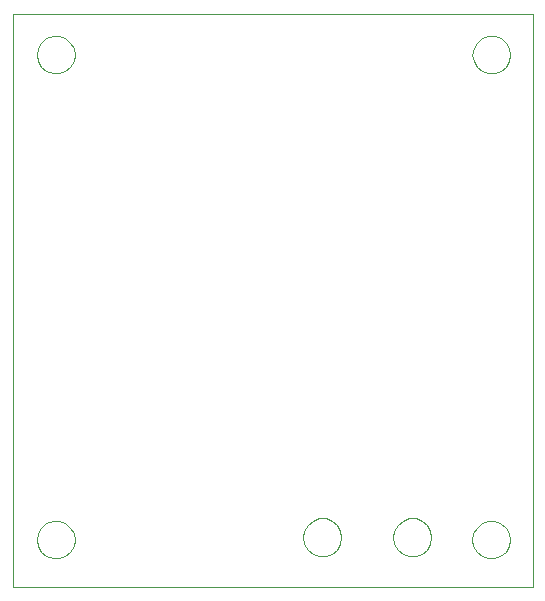
<source format=gbr>
G75*
G70*
%OFA0B0*%
%FSLAX24Y24*%
%IPPOS*%
%LPD*%
%AMOC8*
5,1,8,0,0,1.08239X$1,22.5*
%
%ADD10C,0.0000*%
D10*
X000152Y002307D02*
X017475Y002307D01*
X017475Y021402D01*
X000152Y021402D01*
X000152Y002307D01*
X000949Y003872D02*
X000987Y004087D01*
X001096Y004277D01*
X001264Y004418D01*
X001470Y004492D01*
X001688Y004492D01*
X001894Y004418D01*
X002062Y004277D01*
X002171Y004087D01*
X002209Y003872D01*
X002171Y003657D01*
X002062Y003467D01*
X001894Y003326D01*
X001688Y003252D01*
X001470Y003252D01*
X001264Y003326D01*
X001096Y003467D01*
X000987Y003657D01*
X000949Y003872D01*
X009821Y003951D02*
X009860Y004170D01*
X009971Y004362D01*
X010141Y004505D01*
X010350Y004581D01*
X010572Y004581D01*
X010781Y004505D01*
X010951Y004362D01*
X011062Y004170D01*
X011101Y003951D01*
X011062Y003732D01*
X010951Y003540D01*
X010781Y003397D01*
X010572Y003321D01*
X010350Y003321D01*
X010141Y003397D01*
X009971Y003540D01*
X009860Y003732D01*
X009821Y003951D01*
X012821Y003951D02*
X012860Y004170D01*
X012971Y004362D01*
X013141Y004505D01*
X013350Y004581D01*
X013572Y004581D01*
X013781Y004505D01*
X013951Y004362D01*
X014062Y004170D01*
X014101Y003951D01*
X014062Y003732D01*
X013951Y003540D01*
X013781Y003397D01*
X013572Y003321D01*
X013350Y003321D01*
X013141Y003397D01*
X012971Y003540D01*
X012860Y003732D01*
X012821Y003951D01*
X015457Y003872D02*
X015495Y004087D01*
X015604Y004277D01*
X015772Y004418D01*
X015978Y004492D01*
X016196Y004492D01*
X016402Y004418D01*
X016570Y004277D01*
X016679Y004087D01*
X016717Y003872D01*
X016679Y003657D01*
X016570Y003467D01*
X016402Y003326D01*
X016196Y003252D01*
X015978Y003252D01*
X015772Y003326D01*
X015604Y003467D01*
X015495Y003657D01*
X015457Y003872D01*
X015467Y020034D02*
X015505Y020249D01*
X015614Y020439D01*
X015782Y020580D01*
X015988Y020654D01*
X016206Y020654D01*
X016412Y020580D01*
X016580Y020439D01*
X016689Y020249D01*
X016727Y020034D01*
X016689Y019819D01*
X016580Y019629D01*
X016412Y019488D01*
X016206Y019414D01*
X015988Y019414D01*
X015782Y019488D01*
X015614Y019629D01*
X015505Y019819D01*
X015467Y020034D01*
X000949Y020034D02*
X000987Y020249D01*
X001096Y020439D01*
X001264Y020580D01*
X001470Y020654D01*
X001688Y020654D01*
X001894Y020580D01*
X002062Y020439D01*
X002171Y020249D01*
X002209Y020034D01*
X002171Y019819D01*
X002062Y019629D01*
X001894Y019488D01*
X001688Y019414D01*
X001470Y019414D01*
X001264Y019488D01*
X001096Y019629D01*
X000987Y019819D01*
X000949Y020034D01*
M02*

</source>
